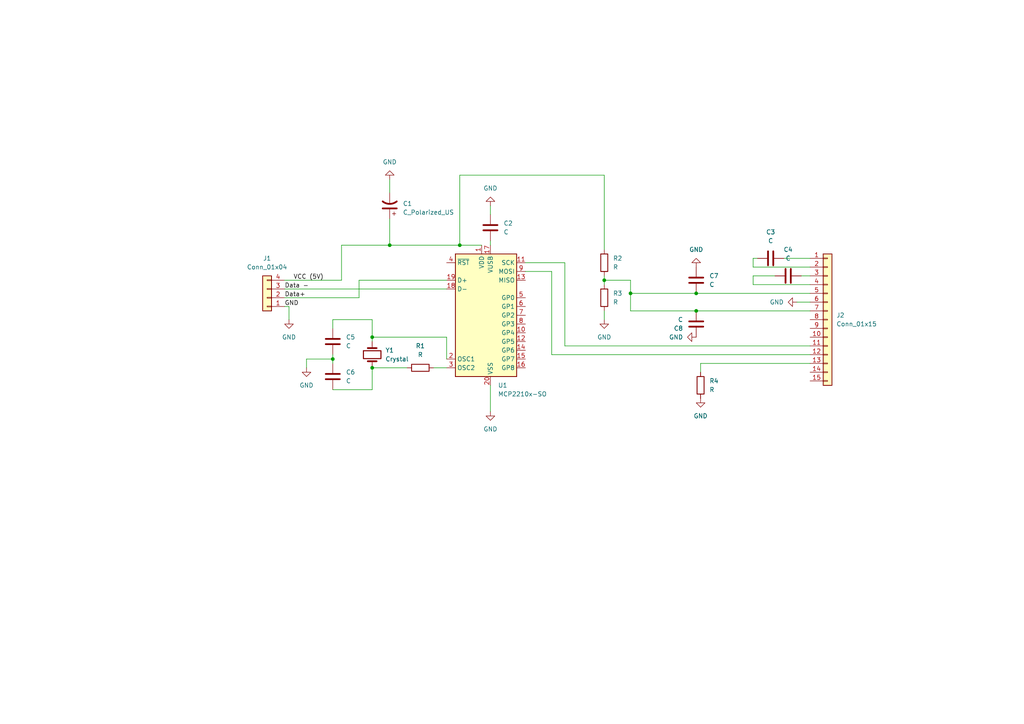
<source format=kicad_sch>
(kicad_sch (version 20230121) (generator eeschema)

  (uuid f66b8204-87de-4732-a2be-7ced094596b7)

  (paper "A4")

  (lib_symbols
    (symbol "Connector_Generic:Conn_01x04" (pin_names (offset 1.016) hide) (in_bom yes) (on_board yes)
      (property "Reference" "J" (at 0 5.08 0)
        (effects (font (size 1.27 1.27)))
      )
      (property "Value" "Conn_01x04" (at 0 -7.62 0)
        (effects (font (size 1.27 1.27)))
      )
      (property "Footprint" "" (at 0 0 0)
        (effects (font (size 1.27 1.27)) hide)
      )
      (property "Datasheet" "~" (at 0 0 0)
        (effects (font (size 1.27 1.27)) hide)
      )
      (property "ki_keywords" "connector" (at 0 0 0)
        (effects (font (size 1.27 1.27)) hide)
      )
      (property "ki_description" "Generic connector, single row, 01x04, script generated (kicad-library-utils/schlib/autogen/connector/)" (at 0 0 0)
        (effects (font (size 1.27 1.27)) hide)
      )
      (property "ki_fp_filters" "Connector*:*_1x??_*" (at 0 0 0)
        (effects (font (size 1.27 1.27)) hide)
      )
      (symbol "Conn_01x04_1_1"
        (rectangle (start -1.27 -4.953) (end 0 -5.207)
          (stroke (width 0.1524) (type default))
          (fill (type none))
        )
        (rectangle (start -1.27 -2.413) (end 0 -2.667)
          (stroke (width 0.1524) (type default))
          (fill (type none))
        )
        (rectangle (start -1.27 0.127) (end 0 -0.127)
          (stroke (width 0.1524) (type default))
          (fill (type none))
        )
        (rectangle (start -1.27 2.667) (end 0 2.413)
          (stroke (width 0.1524) (type default))
          (fill (type none))
        )
        (rectangle (start -1.27 3.81) (end 1.27 -6.35)
          (stroke (width 0.254) (type default))
          (fill (type background))
        )
        (pin passive line (at -5.08 2.54 0) (length 3.81)
          (name "Pin_1" (effects (font (size 1.27 1.27))))
          (number "1" (effects (font (size 1.27 1.27))))
        )
        (pin passive line (at -5.08 0 0) (length 3.81)
          (name "Pin_2" (effects (font (size 1.27 1.27))))
          (number "2" (effects (font (size 1.27 1.27))))
        )
        (pin passive line (at -5.08 -2.54 0) (length 3.81)
          (name "Pin_3" (effects (font (size 1.27 1.27))))
          (number "3" (effects (font (size 1.27 1.27))))
        )
        (pin passive line (at -5.08 -5.08 0) (length 3.81)
          (name "Pin_4" (effects (font (size 1.27 1.27))))
          (number "4" (effects (font (size 1.27 1.27))))
        )
      )
    )
    (symbol "Connector_Generic:Conn_01x15" (pin_names (offset 1.016) hide) (in_bom yes) (on_board yes)
      (property "Reference" "J" (at 0 20.32 0)
        (effects (font (size 1.27 1.27)))
      )
      (property "Value" "Conn_01x15" (at 0 -20.32 0)
        (effects (font (size 1.27 1.27)))
      )
      (property "Footprint" "" (at 0 0 0)
        (effects (font (size 1.27 1.27)) hide)
      )
      (property "Datasheet" "~" (at 0 0 0)
        (effects (font (size 1.27 1.27)) hide)
      )
      (property "ki_keywords" "connector" (at 0 0 0)
        (effects (font (size 1.27 1.27)) hide)
      )
      (property "ki_description" "Generic connector, single row, 01x15, script generated (kicad-library-utils/schlib/autogen/connector/)" (at 0 0 0)
        (effects (font (size 1.27 1.27)) hide)
      )
      (property "ki_fp_filters" "Connector*:*_1x??_*" (at 0 0 0)
        (effects (font (size 1.27 1.27)) hide)
      )
      (symbol "Conn_01x15_1_1"
        (rectangle (start -1.27 -17.653) (end 0 -17.907)
          (stroke (width 0.1524) (type default))
          (fill (type none))
        )
        (rectangle (start -1.27 -15.113) (end 0 -15.367)
          (stroke (width 0.1524) (type default))
          (fill (type none))
        )
        (rectangle (start -1.27 -12.573) (end 0 -12.827)
          (stroke (width 0.1524) (type default))
          (fill (type none))
        )
        (rectangle (start -1.27 -10.033) (end 0 -10.287)
          (stroke (width 0.1524) (type default))
          (fill (type none))
        )
        (rectangle (start -1.27 -7.493) (end 0 -7.747)
          (stroke (width 0.1524) (type default))
          (fill (type none))
        )
        (rectangle (start -1.27 -4.953) (end 0 -5.207)
          (stroke (width 0.1524) (type default))
          (fill (type none))
        )
        (rectangle (start -1.27 -2.413) (end 0 -2.667)
          (stroke (width 0.1524) (type default))
          (fill (type none))
        )
        (rectangle (start -1.27 0.127) (end 0 -0.127)
          (stroke (width 0.1524) (type default))
          (fill (type none))
        )
        (rectangle (start -1.27 2.667) (end 0 2.413)
          (stroke (width 0.1524) (type default))
          (fill (type none))
        )
        (rectangle (start -1.27 5.207) (end 0 4.953)
          (stroke (width 0.1524) (type default))
          (fill (type none))
        )
        (rectangle (start -1.27 7.747) (end 0 7.493)
          (stroke (width 0.1524) (type default))
          (fill (type none))
        )
        (rectangle (start -1.27 10.287) (end 0 10.033)
          (stroke (width 0.1524) (type default))
          (fill (type none))
        )
        (rectangle (start -1.27 12.827) (end 0 12.573)
          (stroke (width 0.1524) (type default))
          (fill (type none))
        )
        (rectangle (start -1.27 15.367) (end 0 15.113)
          (stroke (width 0.1524) (type default))
          (fill (type none))
        )
        (rectangle (start -1.27 17.907) (end 0 17.653)
          (stroke (width 0.1524) (type default))
          (fill (type none))
        )
        (rectangle (start -1.27 19.05) (end 1.27 -19.05)
          (stroke (width 0.254) (type default))
          (fill (type background))
        )
        (pin passive line (at -5.08 17.78 0) (length 3.81)
          (name "Pin_1" (effects (font (size 1.27 1.27))))
          (number "1" (effects (font (size 1.27 1.27))))
        )
        (pin passive line (at -5.08 -5.08 0) (length 3.81)
          (name "Pin_10" (effects (font (size 1.27 1.27))))
          (number "10" (effects (font (size 1.27 1.27))))
        )
        (pin passive line (at -5.08 -7.62 0) (length 3.81)
          (name "Pin_11" (effects (font (size 1.27 1.27))))
          (number "11" (effects (font (size 1.27 1.27))))
        )
        (pin passive line (at -5.08 -10.16 0) (length 3.81)
          (name "Pin_12" (effects (font (size 1.27 1.27))))
          (number "12" (effects (font (size 1.27 1.27))))
        )
        (pin passive line (at -5.08 -12.7 0) (length 3.81)
          (name "Pin_13" (effects (font (size 1.27 1.27))))
          (number "13" (effects (font (size 1.27 1.27))))
        )
        (pin passive line (at -5.08 -15.24 0) (length 3.81)
          (name "Pin_14" (effects (font (size 1.27 1.27))))
          (number "14" (effects (font (size 1.27 1.27))))
        )
        (pin passive line (at -5.08 -17.78 0) (length 3.81)
          (name "Pin_15" (effects (font (size 1.27 1.27))))
          (number "15" (effects (font (size 1.27 1.27))))
        )
        (pin passive line (at -5.08 15.24 0) (length 3.81)
          (name "Pin_2" (effects (font (size 1.27 1.27))))
          (number "2" (effects (font (size 1.27 1.27))))
        )
        (pin passive line (at -5.08 12.7 0) (length 3.81)
          (name "Pin_3" (effects (font (size 1.27 1.27))))
          (number "3" (effects (font (size 1.27 1.27))))
        )
        (pin passive line (at -5.08 10.16 0) (length 3.81)
          (name "Pin_4" (effects (font (size 1.27 1.27))))
          (number "4" (effects (font (size 1.27 1.27))))
        )
        (pin passive line (at -5.08 7.62 0) (length 3.81)
          (name "Pin_5" (effects (font (size 1.27 1.27))))
          (number "5" (effects (font (size 1.27 1.27))))
        )
        (pin passive line (at -5.08 5.08 0) (length 3.81)
          (name "Pin_6" (effects (font (size 1.27 1.27))))
          (number "6" (effects (font (size 1.27 1.27))))
        )
        (pin passive line (at -5.08 2.54 0) (length 3.81)
          (name "Pin_7" (effects (font (size 1.27 1.27))))
          (number "7" (effects (font (size 1.27 1.27))))
        )
        (pin passive line (at -5.08 0 0) (length 3.81)
          (name "Pin_8" (effects (font (size 1.27 1.27))))
          (number "8" (effects (font (size 1.27 1.27))))
        )
        (pin passive line (at -5.08 -2.54 0) (length 3.81)
          (name "Pin_9" (effects (font (size 1.27 1.27))))
          (number "9" (effects (font (size 1.27 1.27))))
        )
      )
    )
    (symbol "Device:C" (pin_numbers hide) (pin_names (offset 0.254)) (in_bom yes) (on_board yes)
      (property "Reference" "C" (at 0.635 2.54 0)
        (effects (font (size 1.27 1.27)) (justify left))
      )
      (property "Value" "C" (at 0.635 -2.54 0)
        (effects (font (size 1.27 1.27)) (justify left))
      )
      (property "Footprint" "" (at 0.9652 -3.81 0)
        (effects (font (size 1.27 1.27)) hide)
      )
      (property "Datasheet" "~" (at 0 0 0)
        (effects (font (size 1.27 1.27)) hide)
      )
      (property "ki_keywords" "cap capacitor" (at 0 0 0)
        (effects (font (size 1.27 1.27)) hide)
      )
      (property "ki_description" "Unpolarized capacitor" (at 0 0 0)
        (effects (font (size 1.27 1.27)) hide)
      )
      (property "ki_fp_filters" "C_*" (at 0 0 0)
        (effects (font (size 1.27 1.27)) hide)
      )
      (symbol "C_0_1"
        (polyline
          (pts
            (xy -2.032 -0.762)
            (xy 2.032 -0.762)
          )
          (stroke (width 0.508) (type default))
          (fill (type none))
        )
        (polyline
          (pts
            (xy -2.032 0.762)
            (xy 2.032 0.762)
          )
          (stroke (width 0.508) (type default))
          (fill (type none))
        )
      )
      (symbol "C_1_1"
        (pin passive line (at 0 3.81 270) (length 2.794)
          (name "~" (effects (font (size 1.27 1.27))))
          (number "1" (effects (font (size 1.27 1.27))))
        )
        (pin passive line (at 0 -3.81 90) (length 2.794)
          (name "~" (effects (font (size 1.27 1.27))))
          (number "2" (effects (font (size 1.27 1.27))))
        )
      )
    )
    (symbol "Device:C_Polarized_US" (pin_numbers hide) (pin_names (offset 0.254) hide) (in_bom yes) (on_board yes)
      (property "Reference" "C" (at 0.635 2.54 0)
        (effects (font (size 1.27 1.27)) (justify left))
      )
      (property "Value" "C_Polarized_US" (at 0.635 -2.54 0)
        (effects (font (size 1.27 1.27)) (justify left))
      )
      (property "Footprint" "" (at 0 0 0)
        (effects (font (size 1.27 1.27)) hide)
      )
      (property "Datasheet" "~" (at 0 0 0)
        (effects (font (size 1.27 1.27)) hide)
      )
      (property "ki_keywords" "cap capacitor" (at 0 0 0)
        (effects (font (size 1.27 1.27)) hide)
      )
      (property "ki_description" "Polarized capacitor, US symbol" (at 0 0 0)
        (effects (font (size 1.27 1.27)) hide)
      )
      (property "ki_fp_filters" "CP_*" (at 0 0 0)
        (effects (font (size 1.27 1.27)) hide)
      )
      (symbol "C_Polarized_US_0_1"
        (polyline
          (pts
            (xy -2.032 0.762)
            (xy 2.032 0.762)
          )
          (stroke (width 0.508) (type default))
          (fill (type none))
        )
        (polyline
          (pts
            (xy -1.778 2.286)
            (xy -0.762 2.286)
          )
          (stroke (width 0) (type default))
          (fill (type none))
        )
        (polyline
          (pts
            (xy -1.27 1.778)
            (xy -1.27 2.794)
          )
          (stroke (width 0) (type default))
          (fill (type none))
        )
        (arc (start 2.032 -1.27) (mid 0 -0.5572) (end -2.032 -1.27)
          (stroke (width 0.508) (type default))
          (fill (type none))
        )
      )
      (symbol "C_Polarized_US_1_1"
        (pin passive line (at 0 3.81 270) (length 2.794)
          (name "~" (effects (font (size 1.27 1.27))))
          (number "1" (effects (font (size 1.27 1.27))))
        )
        (pin passive line (at 0 -3.81 90) (length 3.302)
          (name "~" (effects (font (size 1.27 1.27))))
          (number "2" (effects (font (size 1.27 1.27))))
        )
      )
    )
    (symbol "Device:Crystal" (pin_numbers hide) (pin_names (offset 1.016) hide) (in_bom yes) (on_board yes)
      (property "Reference" "Y" (at 0 3.81 0)
        (effects (font (size 1.27 1.27)))
      )
      (property "Value" "Crystal" (at 0 -3.81 0)
        (effects (font (size 1.27 1.27)))
      )
      (property "Footprint" "" (at 0 0 0)
        (effects (font (size 1.27 1.27)) hide)
      )
      (property "Datasheet" "~" (at 0 0 0)
        (effects (font (size 1.27 1.27)) hide)
      )
      (property "ki_keywords" "quartz ceramic resonator oscillator" (at 0 0 0)
        (effects (font (size 1.27 1.27)) hide)
      )
      (property "ki_description" "Two pin crystal" (at 0 0 0)
        (effects (font (size 1.27 1.27)) hide)
      )
      (property "ki_fp_filters" "Crystal*" (at 0 0 0)
        (effects (font (size 1.27 1.27)) hide)
      )
      (symbol "Crystal_0_1"
        (rectangle (start -1.143 2.54) (end 1.143 -2.54)
          (stroke (width 0.3048) (type default))
          (fill (type none))
        )
        (polyline
          (pts
            (xy -2.54 0)
            (xy -1.905 0)
          )
          (stroke (width 0) (type default))
          (fill (type none))
        )
        (polyline
          (pts
            (xy -1.905 -1.27)
            (xy -1.905 1.27)
          )
          (stroke (width 0.508) (type default))
          (fill (type none))
        )
        (polyline
          (pts
            (xy 1.905 -1.27)
            (xy 1.905 1.27)
          )
          (stroke (width 0.508) (type default))
          (fill (type none))
        )
        (polyline
          (pts
            (xy 2.54 0)
            (xy 1.905 0)
          )
          (stroke (width 0) (type default))
          (fill (type none))
        )
      )
      (symbol "Crystal_1_1"
        (pin passive line (at -3.81 0 0) (length 1.27)
          (name "1" (effects (font (size 1.27 1.27))))
          (number "1" (effects (font (size 1.27 1.27))))
        )
        (pin passive line (at 3.81 0 180) (length 1.27)
          (name "2" (effects (font (size 1.27 1.27))))
          (number "2" (effects (font (size 1.27 1.27))))
        )
      )
    )
    (symbol "Device:R" (pin_numbers hide) (pin_names (offset 0)) (in_bom yes) (on_board yes)
      (property "Reference" "R" (at 2.032 0 90)
        (effects (font (size 1.27 1.27)))
      )
      (property "Value" "R" (at 0 0 90)
        (effects (font (size 1.27 1.27)))
      )
      (property "Footprint" "" (at -1.778 0 90)
        (effects (font (size 1.27 1.27)) hide)
      )
      (property "Datasheet" "~" (at 0 0 0)
        (effects (font (size 1.27 1.27)) hide)
      )
      (property "ki_keywords" "R res resistor" (at 0 0 0)
        (effects (font (size 1.27 1.27)) hide)
      )
      (property "ki_description" "Resistor" (at 0 0 0)
        (effects (font (size 1.27 1.27)) hide)
      )
      (property "ki_fp_filters" "R_*" (at 0 0 0)
        (effects (font (size 1.27 1.27)) hide)
      )
      (symbol "R_0_1"
        (rectangle (start -1.016 -2.54) (end 1.016 2.54)
          (stroke (width 0.254) (type default))
          (fill (type none))
        )
      )
      (symbol "R_1_1"
        (pin passive line (at 0 3.81 270) (length 1.27)
          (name "~" (effects (font (size 1.27 1.27))))
          (number "1" (effects (font (size 1.27 1.27))))
        )
        (pin passive line (at 0 -3.81 90) (length 1.27)
          (name "~" (effects (font (size 1.27 1.27))))
          (number "2" (effects (font (size 1.27 1.27))))
        )
      )
    )
    (symbol "Interface_USB:MCP2210x-SO" (in_bom yes) (on_board yes)
      (property "Reference" "U" (at -10.16 19.05 0)
        (effects (font (size 1.27 1.27)))
      )
      (property "Value" "MCP2210x-SO" (at 10.16 19.05 0)
        (effects (font (size 1.27 1.27)))
      )
      (property "Footprint" "Package_SO:SOIC-20W_7.5x12.8mm_P1.27mm" (at 0 27.94 0)
        (effects (font (size 1.27 1.27)) hide)
      )
      (property "Datasheet" "https://ww1.microchip.com/downloads/en/DeviceDoc/22288A.pdf" (at -2.54 20.32 0)
        (effects (font (size 1.27 1.27)) hide)
      )
      (property "ki_keywords" "USB SPI Master Converter Bridge" (at 0 0 0)
        (effects (font (size 1.27 1.27)) hide)
      )
      (property "ki_description" "USB to SPI Protocol Converter with GPIO, SOIC-20" (at 0 0 0)
        (effects (font (size 1.27 1.27)) hide)
      )
      (property "ki_fp_filters" "SOIC*7.5x12.8mm*P1.27mm*" (at 0 0 0)
        (effects (font (size 1.27 1.27)) hide)
      )
      (symbol "MCP2210x-SO_0_1"
        (rectangle (start -10.16 17.78) (end 7.62 -17.78)
          (stroke (width 0.254) (type default))
          (fill (type background))
        )
      )
      (symbol "MCP2210x-SO_1_1"
        (pin power_in line (at -2.54 20.32 270) (length 2.54)
          (name "VDD" (effects (font (size 1.27 1.27))))
          (number "1" (effects (font (size 1.27 1.27))))
        )
        (pin bidirectional line (at 10.16 -5.08 180) (length 2.54)
          (name "GP4" (effects (font (size 1.27 1.27))))
          (number "10" (effects (font (size 1.27 1.27))))
        )
        (pin output line (at 10.16 15.24 180) (length 2.54)
          (name "SCK" (effects (font (size 1.27 1.27))))
          (number "11" (effects (font (size 1.27 1.27))))
        )
        (pin bidirectional line (at 10.16 -7.62 180) (length 2.54)
          (name "GP5" (effects (font (size 1.27 1.27))))
          (number "12" (effects (font (size 1.27 1.27))))
        )
        (pin input line (at 10.16 10.16 180) (length 2.54)
          (name "MISO" (effects (font (size 1.27 1.27))))
          (number "13" (effects (font (size 1.27 1.27))))
        )
        (pin bidirectional line (at 10.16 -10.16 180) (length 2.54)
          (name "GP6" (effects (font (size 1.27 1.27))))
          (number "14" (effects (font (size 1.27 1.27))))
        )
        (pin bidirectional line (at 10.16 -12.7 180) (length 2.54)
          (name "GP7" (effects (font (size 1.27 1.27))))
          (number "15" (effects (font (size 1.27 1.27))))
        )
        (pin bidirectional line (at 10.16 -15.24 180) (length 2.54)
          (name "GP8" (effects (font (size 1.27 1.27))))
          (number "16" (effects (font (size 1.27 1.27))))
        )
        (pin passive line (at 0 20.32 270) (length 2.54)
          (name "VUSB" (effects (font (size 1.27 1.27))))
          (number "17" (effects (font (size 1.27 1.27))))
        )
        (pin bidirectional line (at -12.7 7.62 0) (length 2.54)
          (name "D-" (effects (font (size 1.27 1.27))))
          (number "18" (effects (font (size 1.27 1.27))))
        )
        (pin bidirectional line (at -12.7 10.16 0) (length 2.54)
          (name "D+" (effects (font (size 1.27 1.27))))
          (number "19" (effects (font (size 1.27 1.27))))
        )
        (pin input line (at -12.7 -12.7 0) (length 2.54)
          (name "OSC1" (effects (font (size 1.27 1.27))))
          (number "2" (effects (font (size 1.27 1.27))))
        )
        (pin power_in line (at 0 -20.32 90) (length 2.54)
          (name "VSS" (effects (font (size 1.27 1.27))))
          (number "20" (effects (font (size 1.27 1.27))))
        )
        (pin output line (at -12.7 -15.24 0) (length 2.54)
          (name "OSC2" (effects (font (size 1.27 1.27))))
          (number "3" (effects (font (size 1.27 1.27))))
        )
        (pin input line (at -12.7 15.24 0) (length 2.54)
          (name "~{RST}" (effects (font (size 1.27 1.27))))
          (number "4" (effects (font (size 1.27 1.27))))
        )
        (pin bidirectional line (at 10.16 5.08 180) (length 2.54)
          (name "GP0" (effects (font (size 1.27 1.27))))
          (number "5" (effects (font (size 1.27 1.27))))
        )
        (pin bidirectional line (at 10.16 2.54 180) (length 2.54)
          (name "GP1" (effects (font (size 1.27 1.27))))
          (number "6" (effects (font (size 1.27 1.27))))
        )
        (pin bidirectional line (at 10.16 0 180) (length 2.54)
          (name "GP2" (effects (font (size 1.27 1.27))))
          (number "7" (effects (font (size 1.27 1.27))))
        )
        (pin bidirectional line (at 10.16 -2.54 180) (length 2.54)
          (name "GP3" (effects (font (size 1.27 1.27))))
          (number "8" (effects (font (size 1.27 1.27))))
        )
        (pin output line (at 10.16 12.7 180) (length 2.54)
          (name "MOSI" (effects (font (size 1.27 1.27))))
          (number "9" (effects (font (size 1.27 1.27))))
        )
      )
    )
    (symbol "power:GND" (power) (pin_names (offset 0)) (in_bom yes) (on_board yes)
      (property "Reference" "#PWR" (at 0 -6.35 0)
        (effects (font (size 1.27 1.27)) hide)
      )
      (property "Value" "GND" (at 0 -3.81 0)
        (effects (font (size 1.27 1.27)))
      )
      (property "Footprint" "" (at 0 0 0)
        (effects (font (size 1.27 1.27)) hide)
      )
      (property "Datasheet" "" (at 0 0 0)
        (effects (font (size 1.27 1.27)) hide)
      )
      (property "ki_keywords" "global power" (at 0 0 0)
        (effects (font (size 1.27 1.27)) hide)
      )
      (property "ki_description" "Power symbol creates a global label with name \"GND\" , ground" (at 0 0 0)
        (effects (font (size 1.27 1.27)) hide)
      )
      (symbol "GND_0_1"
        (polyline
          (pts
            (xy 0 0)
            (xy 0 -1.27)
            (xy 1.27 -1.27)
            (xy 0 -2.54)
            (xy -1.27 -1.27)
            (xy 0 -1.27)
          )
          (stroke (width 0) (type default))
          (fill (type none))
        )
      )
      (symbol "GND_1_1"
        (pin power_in line (at 0 0 270) (length 0) hide
          (name "GND" (effects (font (size 1.27 1.27))))
          (number "1" (effects (font (size 1.27 1.27))))
        )
      )
    )
  )

  (junction (at 201.93 85.09) (diameter 0) (color 0 0 0 0)
    (uuid 05509d34-a2bc-41bc-b2a5-58f6efee24db)
  )
  (junction (at 96.52 104.14) (diameter 0) (color 0 0 0 0)
    (uuid 14b6126c-2b7f-4ba5-9717-3de33f2522c6)
  )
  (junction (at 107.95 106.68) (diameter 0) (color 0 0 0 0)
    (uuid 17978bd2-d294-4ae9-b99d-83b4721a2dbe)
  )
  (junction (at 107.95 97.79) (diameter 0) (color 0 0 0 0)
    (uuid 5704d8fb-6863-4593-959a-7de2d0e98071)
  )
  (junction (at 133.35 71.12) (diameter 0) (color 0 0 0 0)
    (uuid 806353dd-6793-483e-8578-0e58ad81f9bb)
  )
  (junction (at 113.03 71.12) (diameter 0) (color 0 0 0 0)
    (uuid 8cf148de-1c79-43c3-8a65-6de16c81d88e)
  )
  (junction (at 175.26 81.28) (diameter 0) (color 0 0 0 0)
    (uuid b96555bd-19f1-440f-93eb-0566bc224be4)
  )
  (junction (at 201.93 90.17) (diameter 0) (color 0 0 0 0)
    (uuid c823e730-af15-41d3-a2e7-eb56e65fe3cb)
  )
  (junction (at 182.88 85.09) (diameter 0) (color 0 0 0 0)
    (uuid d721c114-8b9c-46c4-80f9-738433f45a44)
  )

  (wire (pts (xy 227.33 74.93) (xy 234.95 74.93))
    (stroke (width 0) (type default))
    (uuid 0398b93f-2426-4650-8f20-1a660f76f3e7)
  )
  (wire (pts (xy 142.24 59.69) (xy 142.24 62.23))
    (stroke (width 0) (type default))
    (uuid 0603fd13-ec55-449b-b03b-0ea693724b8e)
  )
  (wire (pts (xy 175.26 90.17) (xy 175.26 92.71))
    (stroke (width 0) (type default))
    (uuid 08cff06e-74a8-48f8-a7e2-9171d2489c56)
  )
  (wire (pts (xy 129.54 97.79) (xy 107.95 97.79))
    (stroke (width 0) (type default))
    (uuid 0acd25e7-d97e-4193-9429-d8f02d7f0094)
  )
  (wire (pts (xy 96.52 104.14) (xy 88.9 104.14))
    (stroke (width 0) (type default))
    (uuid 10b870f4-36e9-4421-ad44-7d0528687cfb)
  )
  (wire (pts (xy 82.55 83.82) (xy 129.54 83.82))
    (stroke (width 0) (type default))
    (uuid 18c127bb-3a1b-45e4-a700-7a010f3bb270)
  )
  (wire (pts (xy 96.52 102.87) (xy 96.52 104.14))
    (stroke (width 0) (type default))
    (uuid 21864fe0-cd9f-4fe0-a7ab-db1cd098992f)
  )
  (wire (pts (xy 82.55 86.36) (xy 104.14 86.36))
    (stroke (width 0) (type default))
    (uuid 220404a4-8126-4254-90ae-199853b55ba7)
  )
  (wire (pts (xy 125.73 106.68) (xy 129.54 106.68))
    (stroke (width 0) (type default))
    (uuid 24dc034c-d4d1-42a1-be5f-a6af84f1fc1e)
  )
  (wire (pts (xy 104.14 81.28) (xy 104.14 86.36))
    (stroke (width 0) (type default))
    (uuid 264480cd-bddb-4db3-97a9-aee39412a9bc)
  )
  (wire (pts (xy 133.35 50.8) (xy 133.35 71.12))
    (stroke (width 0) (type default))
    (uuid 2a821c24-985d-477e-a737-913539febef0)
  )
  (wire (pts (xy 142.24 69.85) (xy 142.24 71.12))
    (stroke (width 0) (type default))
    (uuid 2c7a4952-655b-4f9a-bed9-6940ce7392b7)
  )
  (wire (pts (xy 113.03 63.5) (xy 113.03 71.12))
    (stroke (width 0) (type default))
    (uuid 2e6f8e7f-baf2-446c-8c8b-6b095b213fb3)
  )
  (wire (pts (xy 129.54 104.14) (xy 129.54 97.79))
    (stroke (width 0) (type default))
    (uuid 30e19234-b5c2-42ac-9602-b440262ae926)
  )
  (wire (pts (xy 160.02 102.87) (xy 234.95 102.87))
    (stroke (width 0) (type default))
    (uuid 3119dcd7-239e-4517-9e04-40139fbb67c6)
  )
  (wire (pts (xy 142.24 111.76) (xy 142.24 119.38))
    (stroke (width 0) (type default))
    (uuid 3410d8db-ed94-43b1-a64f-4a8a73b214d0)
  )
  (wire (pts (xy 224.79 80.01) (xy 218.44 80.01))
    (stroke (width 0) (type default))
    (uuid 344f6710-7b02-4d66-98e7-06e957dce72f)
  )
  (wire (pts (xy 107.95 97.79) (xy 107.95 99.06))
    (stroke (width 0) (type default))
    (uuid 4a599adb-e04c-458d-b60d-190afefce25a)
  )
  (wire (pts (xy 163.83 100.33) (xy 234.95 100.33))
    (stroke (width 0) (type default))
    (uuid 504f1354-af89-4c3f-9d3f-58e7d5b2821f)
  )
  (wire (pts (xy 175.26 50.8) (xy 133.35 50.8))
    (stroke (width 0) (type default))
    (uuid 524816ad-841c-4e65-a343-bed6015b4f70)
  )
  (wire (pts (xy 175.26 80.01) (xy 175.26 81.28))
    (stroke (width 0) (type default))
    (uuid 572d8c64-4ee7-4057-9a72-e46c00626b7b)
  )
  (wire (pts (xy 203.2 107.95) (xy 203.2 105.41))
    (stroke (width 0) (type default))
    (uuid 687ac202-9be8-4df7-bbb8-4e32d035adc1)
  )
  (wire (pts (xy 182.88 85.09) (xy 201.93 85.09))
    (stroke (width 0) (type default))
    (uuid 69db114f-92ae-4fac-a363-5ed5e9bc1bed)
  )
  (wire (pts (xy 232.41 80.01) (xy 234.95 80.01))
    (stroke (width 0) (type default))
    (uuid 6a9fedbf-56f1-4840-9b3c-cfe43e9512b3)
  )
  (wire (pts (xy 129.54 81.28) (xy 104.14 81.28))
    (stroke (width 0) (type default))
    (uuid 6be2a6d4-269d-47be-a4fa-0ef6488c281a)
  )
  (wire (pts (xy 107.95 106.68) (xy 118.11 106.68))
    (stroke (width 0) (type default))
    (uuid 708fe6be-a3a0-43e8-a3a5-2a46242c614f)
  )
  (wire (pts (xy 218.44 74.93) (xy 218.44 77.47))
    (stroke (width 0) (type default))
    (uuid 78b27f4f-0b3e-4203-bd8c-252b8be9a179)
  )
  (wire (pts (xy 175.26 81.28) (xy 182.88 81.28))
    (stroke (width 0) (type default))
    (uuid 7ade33cf-98b3-4920-982d-0ce88062923a)
  )
  (wire (pts (xy 88.9 104.14) (xy 88.9 106.68))
    (stroke (width 0) (type default))
    (uuid 7f39f2f6-80ff-4947-a48e-d805d242e455)
  )
  (wire (pts (xy 182.88 81.28) (xy 182.88 85.09))
    (stroke (width 0) (type default))
    (uuid 84fa1d66-e766-48ce-84a3-30e88e41d33b)
  )
  (wire (pts (xy 96.52 104.14) (xy 96.52 105.41))
    (stroke (width 0) (type default))
    (uuid 8aade904-2bc6-405d-8d1b-37389b1db6f9)
  )
  (wire (pts (xy 234.95 90.17) (xy 201.93 90.17))
    (stroke (width 0) (type default))
    (uuid 8d8585fb-0eb9-48bd-8ae8-7a30e6019e35)
  )
  (wire (pts (xy 113.03 55.88) (xy 113.03 52.07))
    (stroke (width 0) (type default))
    (uuid 8f227cb7-9967-49a5-98a8-1ae2659595db)
  )
  (wire (pts (xy 99.06 71.12) (xy 99.06 81.28))
    (stroke (width 0) (type default))
    (uuid 94153702-4ad1-4403-a0ab-c7371217874f)
  )
  (wire (pts (xy 160.02 78.74) (xy 160.02 102.87))
    (stroke (width 0) (type default))
    (uuid 99088f87-2c3e-4a93-bb25-2b0ba35e6257)
  )
  (wire (pts (xy 163.83 76.2) (xy 163.83 100.33))
    (stroke (width 0) (type default))
    (uuid 9a2c9b92-05fe-493c-b869-2a07b435f97b)
  )
  (wire (pts (xy 96.52 92.71) (xy 96.52 95.25))
    (stroke (width 0) (type default))
    (uuid 9bfdb158-1c8c-4bf8-b72f-f17a22b73e73)
  )
  (wire (pts (xy 203.2 105.41) (xy 234.95 105.41))
    (stroke (width 0) (type default))
    (uuid 9ee5c8d4-2791-4716-bf66-b152b0456076)
  )
  (wire (pts (xy 201.93 85.09) (xy 234.95 85.09))
    (stroke (width 0) (type default))
    (uuid 9f6290bf-e341-45fd-9dbc-8b0ba7d0adda)
  )
  (wire (pts (xy 218.44 77.47) (xy 234.95 77.47))
    (stroke (width 0) (type default))
    (uuid a627299c-ab9d-467b-806f-0708baee9ecc)
  )
  (wire (pts (xy 218.44 82.55) (xy 234.95 82.55))
    (stroke (width 0) (type default))
    (uuid a919b867-032e-4091-ab6c-b7432a905ab2)
  )
  (wire (pts (xy 107.95 97.79) (xy 107.95 92.71))
    (stroke (width 0) (type default))
    (uuid add71cb7-a34c-49ad-a708-2a5b1155c643)
  )
  (wire (pts (xy 82.55 81.28) (xy 99.06 81.28))
    (stroke (width 0) (type default))
    (uuid aee8f3b7-125c-44c4-91cc-9e84f3c6fd01)
  )
  (wire (pts (xy 182.88 85.09) (xy 182.88 90.17))
    (stroke (width 0) (type default))
    (uuid b1212423-f150-4ae0-b117-87dafa0757ce)
  )
  (wire (pts (xy 201.93 90.17) (xy 182.88 90.17))
    (stroke (width 0) (type default))
    (uuid ba475ae9-d110-4571-9cc6-e0ea0c8ea5f6)
  )
  (wire (pts (xy 113.03 71.12) (xy 133.35 71.12))
    (stroke (width 0) (type default))
    (uuid c2779ea9-60e3-43a7-9609-c589db990363)
  )
  (wire (pts (xy 83.82 88.9) (xy 83.82 92.71))
    (stroke (width 0) (type default))
    (uuid c6498f10-2c8f-4945-adfe-0da81462fa8d)
  )
  (wire (pts (xy 152.4 78.74) (xy 160.02 78.74))
    (stroke (width 0) (type default))
    (uuid cc15589a-6f51-4387-a9a0-7c713cb8f35e)
  )
  (wire (pts (xy 82.55 88.9) (xy 83.82 88.9))
    (stroke (width 0) (type default))
    (uuid d22a7d8c-3763-486b-bbf6-ab142c82a6ef)
  )
  (wire (pts (xy 231.14 87.63) (xy 234.95 87.63))
    (stroke (width 0) (type default))
    (uuid db9f07da-a099-4edf-ba73-cf46507628b4)
  )
  (wire (pts (xy 152.4 76.2) (xy 163.83 76.2))
    (stroke (width 0) (type default))
    (uuid dc5f0bbd-6cf3-4560-9080-99f3dd0f608d)
  )
  (wire (pts (xy 218.44 80.01) (xy 218.44 82.55))
    (stroke (width 0) (type default))
    (uuid dcc248cd-613f-4e04-8b14-6c016e8d9740)
  )
  (wire (pts (xy 133.35 71.12) (xy 139.7 71.12))
    (stroke (width 0) (type default))
    (uuid e585fba6-2f2c-40b5-9482-4e59a3fdd025)
  )
  (wire (pts (xy 96.52 113.03) (xy 107.95 113.03))
    (stroke (width 0) (type default))
    (uuid e90e4007-bf23-4c24-aaaf-c51af8a2ed2a)
  )
  (wire (pts (xy 175.26 72.39) (xy 175.26 50.8))
    (stroke (width 0) (type default))
    (uuid f02d0575-85fe-428e-9cfe-2990a32c3845)
  )
  (wire (pts (xy 175.26 81.28) (xy 175.26 82.55))
    (stroke (width 0) (type default))
    (uuid f18d5628-97e2-4066-b5da-470b4bf5be69)
  )
  (wire (pts (xy 99.06 71.12) (xy 113.03 71.12))
    (stroke (width 0) (type default))
    (uuid f8e0a62e-3b73-41c7-8e91-fd0f85c48f87)
  )
  (wire (pts (xy 107.95 92.71) (xy 96.52 92.71))
    (stroke (width 0) (type default))
    (uuid f90024cb-4ff6-43f1-b53b-e139b9932134)
  )
  (wire (pts (xy 218.44 74.93) (xy 219.71 74.93))
    (stroke (width 0) (type default))
    (uuid fc416900-0a06-4ecb-8ffa-4a1c492246dd)
  )
  (wire (pts (xy 107.95 106.68) (xy 107.95 113.03))
    (stroke (width 0) (type default))
    (uuid ff41151b-d166-4649-82a6-86b1aa502318)
  )

  (label "VCC (5V)" (at 85.09 81.28 0) (fields_autoplaced)
    (effects (font (size 1.27 1.27)) (justify left bottom))
    (uuid 02ae3987-7c7e-4957-9b9e-84cbb3aa94ec)
  )
  (label "GND" (at 82.55 88.9 0) (fields_autoplaced)
    (effects (font (size 1.27 1.27)) (justify left bottom))
    (uuid 43885864-3b43-4388-8544-34f58c360d5b)
  )
  (label "Data+" (at 82.55 86.36 0) (fields_autoplaced)
    (effects (font (size 1.27 1.27)) (justify left bottom))
    (uuid 6a3daaac-5928-4c77-a143-72e847d3a887)
  )
  (label "Data -" (at 82.55 83.82 0) (fields_autoplaced)
    (effects (font (size 1.27 1.27)) (justify left bottom))
    (uuid 7bfcb829-e44c-4cfe-a1d0-e83b63836f13)
  )

  (symbol (lib_id "Device:C") (at 201.93 81.28 0) (unit 1)
    (in_bom yes) (on_board yes) (dnp no) (fields_autoplaced)
    (uuid 0c1f14df-b0fc-465b-b8b8-cc1fae49ec91)
    (property "Reference" "C4" (at 205.74 80.01 0)
      (effects (font (size 1.27 1.27)) (justify left))
    )
    (property "Value" "C" (at 205.74 82.55 0)
      (effects (font (size 1.27 1.27)) (justify left))
    )
    (property "Footprint" "" (at 202.8952 85.09 0)
      (effects (font (size 1.27 1.27)) hide)
    )
    (property "Datasheet" "~" (at 201.93 81.28 0)
      (effects (font (size 1.27 1.27)) hide)
    )
    (pin "1" (uuid 576f28e0-07f8-4a31-9e84-b125bbe22609))
    (pin "2" (uuid b7609625-68ed-4a7e-99f4-53a63776a62a))
    (instances
      (project "oled_display"
        (path "/4356e8fc-0bf4-49ea-927a-e9076ffe4dc5"
          (reference "C4") (unit 1)
        )
      )
      (project "oled_clk_v1"
        (path "/f66b8204-87de-4732-a2be-7ced094596b7"
          (reference "C7") (unit 1)
        )
      )
    )
  )

  (symbol (lib_id "power:GND") (at 203.2 115.57 0) (unit 1)
    (in_bom yes) (on_board yes) (dnp no) (fields_autoplaced)
    (uuid 1d6261c8-a761-4241-8239-c38eb8f1c2bf)
    (property "Reference" "#PWR05" (at 203.2 121.92 0)
      (effects (font (size 1.27 1.27)) hide)
    )
    (property "Value" "GND" (at 203.2 120.65 0)
      (effects (font (size 1.27 1.27)))
    )
    (property "Footprint" "" (at 203.2 115.57 0)
      (effects (font (size 1.27 1.27)) hide)
    )
    (property "Datasheet" "" (at 203.2 115.57 0)
      (effects (font (size 1.27 1.27)) hide)
    )
    (pin "1" (uuid ea79fc91-878f-4d73-8c14-ed9c61e44a35))
    (instances
      (project "oled_display"
        (path "/4356e8fc-0bf4-49ea-927a-e9076ffe4dc5"
          (reference "#PWR05") (unit 1)
        )
      )
      (project "oled_clk_v1"
        (path "/f66b8204-87de-4732-a2be-7ced094596b7"
          (reference "#PWR010") (unit 1)
        )
      )
    )
  )

  (symbol (lib_id "power:GND") (at 142.24 119.38 0) (unit 1)
    (in_bom yes) (on_board yes) (dnp no) (fields_autoplaced)
    (uuid 2852cc39-a574-49fc-93db-8629499c8ba3)
    (property "Reference" "#PWR01" (at 142.24 125.73 0)
      (effects (font (size 1.27 1.27)) hide)
    )
    (property "Value" "GND" (at 142.24 124.46 0)
      (effects (font (size 1.27 1.27)))
    )
    (property "Footprint" "" (at 142.24 119.38 0)
      (effects (font (size 1.27 1.27)) hide)
    )
    (property "Datasheet" "" (at 142.24 119.38 0)
      (effects (font (size 1.27 1.27)) hide)
    )
    (pin "1" (uuid ce78bf5a-949e-4bdc-ae99-8bec48c21d8c))
    (instances
      (project "oled_display"
        (path "/4356e8fc-0bf4-49ea-927a-e9076ffe4dc5"
          (reference "#PWR01") (unit 1)
        )
      )
      (project "oled_clk_v1"
        (path "/f66b8204-87de-4732-a2be-7ced094596b7"
          (reference "#PWR04") (unit 1)
        )
      )
    )
  )

  (symbol (lib_id "power:GND") (at 142.24 59.69 180) (unit 1)
    (in_bom yes) (on_board yes) (dnp no) (fields_autoplaced)
    (uuid 33a02c30-8842-4f4b-a7b7-23139331b36b)
    (property "Reference" "#PWR02" (at 142.24 53.34 0)
      (effects (font (size 1.27 1.27)) hide)
    )
    (property "Value" "GND" (at 142.24 54.61 0)
      (effects (font (size 1.27 1.27)))
    )
    (property "Footprint" "" (at 142.24 59.69 0)
      (effects (font (size 1.27 1.27)) hide)
    )
    (property "Datasheet" "" (at 142.24 59.69 0)
      (effects (font (size 1.27 1.27)) hide)
    )
    (pin "1" (uuid 804437b9-4206-4ad5-8f2c-c3fce9d97655))
    (instances
      (project "oled_display"
        (path "/4356e8fc-0bf4-49ea-927a-e9076ffe4dc5"
          (reference "#PWR02") (unit 1)
        )
      )
      (project "oled_clk_v1"
        (path "/f66b8204-87de-4732-a2be-7ced094596b7"
          (reference "#PWR03") (unit 1)
        )
      )
    )
  )

  (symbol (lib_id "Device:C") (at 96.52 109.22 0) (unit 1)
    (in_bom yes) (on_board yes) (dnp no) (fields_autoplaced)
    (uuid 36fdfe97-4a61-4c3d-aa18-6e28d01df058)
    (property "Reference" "C6" (at 100.33 107.95 0)
      (effects (font (size 1.27 1.27)) (justify left))
    )
    (property "Value" "C" (at 100.33 110.49 0)
      (effects (font (size 1.27 1.27)) (justify left))
    )
    (property "Footprint" "" (at 97.4852 113.03 0)
      (effects (font (size 1.27 1.27)) hide)
    )
    (property "Datasheet" "~" (at 96.52 109.22 0)
      (effects (font (size 1.27 1.27)) hide)
    )
    (pin "1" (uuid cfd578ca-c02f-4cc6-9732-9ee01f758eeb))
    (pin "2" (uuid 70f5025d-5a69-4a2e-bbca-bcb57dc728c0))
    (instances
      (project "oled_clk_v1"
        (path "/f66b8204-87de-4732-a2be-7ced094596b7"
          (reference "C6") (unit 1)
        )
      )
    )
  )

  (symbol (lib_id "power:GND") (at 88.9 106.68 0) (unit 1)
    (in_bom yes) (on_board yes) (dnp no) (fields_autoplaced)
    (uuid 420283ad-1315-40f2-b8a1-2458a7f6758e)
    (property "Reference" "#PWR06" (at 88.9 113.03 0)
      (effects (font (size 1.27 1.27)) hide)
    )
    (property "Value" "GND" (at 88.9 111.76 0)
      (effects (font (size 1.27 1.27)))
    )
    (property "Footprint" "" (at 88.9 106.68 0)
      (effects (font (size 1.27 1.27)) hide)
    )
    (property "Datasheet" "" (at 88.9 106.68 0)
      (effects (font (size 1.27 1.27)) hide)
    )
    (pin "1" (uuid 0b0df6d7-2409-480d-a66c-3951f69e0f2d))
    (instances
      (project "oled_clk_v1"
        (path "/f66b8204-87de-4732-a2be-7ced094596b7"
          (reference "#PWR06") (unit 1)
        )
      )
    )
  )

  (symbol (lib_id "Device:C") (at 96.52 99.06 0) (unit 1)
    (in_bom yes) (on_board yes) (dnp no) (fields_autoplaced)
    (uuid 454e343f-18d3-4243-945f-c8459512302e)
    (property "Reference" "C5" (at 100.33 97.79 0)
      (effects (font (size 1.27 1.27)) (justify left))
    )
    (property "Value" "C" (at 100.33 100.33 0)
      (effects (font (size 1.27 1.27)) (justify left))
    )
    (property "Footprint" "" (at 97.4852 102.87 0)
      (effects (font (size 1.27 1.27)) hide)
    )
    (property "Datasheet" "~" (at 96.52 99.06 0)
      (effects (font (size 1.27 1.27)) hide)
    )
    (pin "1" (uuid 2cbdf530-26aa-451d-8cd2-b86642015f27))
    (pin "2" (uuid 36e2f57b-52ad-4357-ad94-4453a3ed0ebc))
    (instances
      (project "oled_clk_v1"
        (path "/f66b8204-87de-4732-a2be-7ced094596b7"
          (reference "C5") (unit 1)
        )
      )
    )
  )

  (symbol (lib_id "Device:C") (at 142.24 66.04 0) (unit 1)
    (in_bom yes) (on_board yes) (dnp no) (fields_autoplaced)
    (uuid 5211c2d4-85c0-4282-beaf-d92cdbc084a3)
    (property "Reference" "C3" (at 146.05 64.77 0)
      (effects (font (size 1.27 1.27)) (justify left))
    )
    (property "Value" "C" (at 146.05 67.31 0)
      (effects (font (size 1.27 1.27)) (justify left))
    )
    (property "Footprint" "" (at 143.2052 69.85 0)
      (effects (font (size 1.27 1.27)) hide)
    )
    (property "Datasheet" "~" (at 142.24 66.04 0)
      (effects (font (size 1.27 1.27)) hide)
    )
    (pin "1" (uuid 48b512d6-0972-46dc-b79a-c5640eddb1e2))
    (pin "2" (uuid 9f44ed06-ad7c-434a-b3d0-15a994304c9b))
    (instances
      (project "oled_display"
        (path "/4356e8fc-0bf4-49ea-927a-e9076ffe4dc5"
          (reference "C3") (unit 1)
        )
      )
      (project "oled_clk_v1"
        (path "/f66b8204-87de-4732-a2be-7ced094596b7"
          (reference "C2") (unit 1)
        )
      )
    )
  )

  (symbol (lib_id "Device:R") (at 121.92 106.68 90) (unit 1)
    (in_bom yes) (on_board yes) (dnp no) (fields_autoplaced)
    (uuid 55214366-f39f-4c87-88a2-9eb980aef736)
    (property "Reference" "R1" (at 121.92 100.33 90)
      (effects (font (size 1.27 1.27)))
    )
    (property "Value" "R" (at 121.92 102.87 90)
      (effects (font (size 1.27 1.27)))
    )
    (property "Footprint" "" (at 121.92 108.458 90)
      (effects (font (size 1.27 1.27)) hide)
    )
    (property "Datasheet" "~" (at 121.92 106.68 0)
      (effects (font (size 1.27 1.27)) hide)
    )
    (pin "1" (uuid 65f40347-4f08-4a9a-8db4-d7cf175ea797))
    (pin "2" (uuid ab5ff85e-9017-477d-9ce3-fe41e914289b))
    (instances
      (project "oled_clk_v1"
        (path "/f66b8204-87de-4732-a2be-7ced094596b7"
          (reference "R1") (unit 1)
        )
      )
    )
  )

  (symbol (lib_id "Connector_Generic:Conn_01x04") (at 77.47 86.36 180) (unit 1)
    (in_bom yes) (on_board yes) (dnp no)
    (uuid 71977cbb-4f61-4ef4-8b6b-5a8e0cf84571)
    (property "Reference" "J2" (at 77.47 74.93 0)
      (effects (font (size 1.27 1.27)))
    )
    (property "Value" "Conn_01x04" (at 77.47 77.47 0)
      (effects (font (size 1.27 1.27)))
    )
    (property "Footprint" "" (at 77.47 86.36 0)
      (effects (font (size 1.27 1.27)) hide)
    )
    (property "Datasheet" "~" (at 77.47 86.36 0)
      (effects (font (size 1.27 1.27)) hide)
    )
    (pin "1" (uuid 8417591b-2fd1-4dc4-a167-0ec3ff1ba296))
    (pin "2" (uuid 7ebccb96-910a-4f91-ae89-8c7178e2668b))
    (pin "3" (uuid 0fa13178-e757-4b18-98c9-d3a98186a0d3))
    (pin "4" (uuid 1095b33e-e3bd-420b-89ba-feed4859514d))
    (instances
      (project "oled_display"
        (path "/4356e8fc-0bf4-49ea-927a-e9076ffe4dc5"
          (reference "J2") (unit 1)
        )
      )
      (project "oled_clk_v1"
        (path "/f66b8204-87de-4732-a2be-7ced094596b7"
          (reference "J1") (unit 1)
        )
      )
    )
  )

  (symbol (lib_id "power:GND") (at 175.26 92.71 0) (unit 1)
    (in_bom yes) (on_board yes) (dnp no) (fields_autoplaced)
    (uuid 7d85ef17-2be3-4762-95a1-f7bcfde55e87)
    (property "Reference" "#PWR05" (at 175.26 99.06 0)
      (effects (font (size 1.27 1.27)) hide)
    )
    (property "Value" "GND" (at 175.26 97.79 0)
      (effects (font (size 1.27 1.27)))
    )
    (property "Footprint" "" (at 175.26 92.71 0)
      (effects (font (size 1.27 1.27)) hide)
    )
    (property "Datasheet" "" (at 175.26 92.71 0)
      (effects (font (size 1.27 1.27)) hide)
    )
    (pin "1" (uuid d4b014af-ab86-4cdb-a729-34da32b5e612))
    (instances
      (project "oled_display"
        (path "/4356e8fc-0bf4-49ea-927a-e9076ffe4dc5"
          (reference "#PWR05") (unit 1)
        )
      )
      (project "oled_clk_v1"
        (path "/f66b8204-87de-4732-a2be-7ced094596b7"
          (reference "#PWR05") (unit 1)
        )
      )
    )
  )

  (symbol (lib_id "Device:R") (at 203.2 111.76 180) (unit 1)
    (in_bom yes) (on_board yes) (dnp no) (fields_autoplaced)
    (uuid 7f48be68-5631-48e2-a02c-9bf2e9b3f0aa)
    (property "Reference" "R4" (at 205.74 110.49 0)
      (effects (font (size 1.27 1.27)) (justify right))
    )
    (property "Value" "R" (at 205.74 113.03 0)
      (effects (font (size 1.27 1.27)) (justify right))
    )
    (property "Footprint" "" (at 204.978 111.76 90)
      (effects (font (size 1.27 1.27)) hide)
    )
    (property "Datasheet" "~" (at 203.2 111.76 0)
      (effects (font (size 1.27 1.27)) hide)
    )
    (pin "1" (uuid 28c9c728-5dcc-4091-b002-1fe6b359410c))
    (pin "2" (uuid 3e29e69a-db3a-4652-a30b-c66a8efa3b2a))
    (instances
      (project "oled_clk_v1"
        (path "/f66b8204-87de-4732-a2be-7ced094596b7"
          (reference "R4") (unit 1)
        )
      )
    )
  )

  (symbol (lib_id "power:GND") (at 231.14 87.63 270) (unit 1)
    (in_bom yes) (on_board yes) (dnp no) (fields_autoplaced)
    (uuid 8542f111-58d8-4272-b969-75d47b1959a6)
    (property "Reference" "#PWR05" (at 224.79 87.63 0)
      (effects (font (size 1.27 1.27)) hide)
    )
    (property "Value" "GND" (at 227.33 87.63 90)
      (effects (font (size 1.27 1.27)) (justify right))
    )
    (property "Footprint" "" (at 231.14 87.63 0)
      (effects (font (size 1.27 1.27)) hide)
    )
    (property "Datasheet" "" (at 231.14 87.63 0)
      (effects (font (size 1.27 1.27)) hide)
    )
    (pin "1" (uuid 2443fe5e-47f5-4b97-8b09-c17957bd2d7e))
    (instances
      (project "oled_display"
        (path "/4356e8fc-0bf4-49ea-927a-e9076ffe4dc5"
          (reference "#PWR05") (unit 1)
        )
      )
      (project "oled_clk_v1"
        (path "/f66b8204-87de-4732-a2be-7ced094596b7"
          (reference "#PWR07") (unit 1)
        )
      )
    )
  )

  (symbol (lib_id "Device:C") (at 223.52 74.93 270) (unit 1)
    (in_bom yes) (on_board yes) (dnp no) (fields_autoplaced)
    (uuid 8948c4e3-4217-46c8-9768-a56cb734b8ba)
    (property "Reference" "C2" (at 223.52 67.31 90)
      (effects (font (size 1.27 1.27)))
    )
    (property "Value" "C" (at 223.52 69.85 90)
      (effects (font (size 1.27 1.27)))
    )
    (property "Footprint" "" (at 219.71 75.8952 0)
      (effects (font (size 1.27 1.27)) hide)
    )
    (property "Datasheet" "~" (at 223.52 74.93 0)
      (effects (font (size 1.27 1.27)) hide)
    )
    (pin "1" (uuid 2a2ff0e6-840f-4066-a6c7-10c2e1cb2379))
    (pin "2" (uuid 9c4c3712-c22b-4787-98ad-d1378fd3e1a1))
    (instances
      (project "oled_display"
        (path "/4356e8fc-0bf4-49ea-927a-e9076ffe4dc5"
          (reference "C2") (unit 1)
        )
      )
      (project "oled_clk_v1"
        (path "/f66b8204-87de-4732-a2be-7ced094596b7"
          (reference "C3") (unit 1)
        )
      )
    )
  )

  (symbol (lib_id "Device:C") (at 201.93 93.98 180) (unit 1)
    (in_bom yes) (on_board yes) (dnp no) (fields_autoplaced)
    (uuid 929509db-5aff-434e-9a65-4e2409b6bf4d)
    (property "Reference" "C4" (at 198.12 95.25 0)
      (effects (font (size 1.27 1.27)) (justify left))
    )
    (property "Value" "C" (at 198.12 92.71 0)
      (effects (font (size 1.27 1.27)) (justify left))
    )
    (property "Footprint" "" (at 200.9648 90.17 0)
      (effects (font (size 1.27 1.27)) hide)
    )
    (property "Datasheet" "~" (at 201.93 93.98 0)
      (effects (font (size 1.27 1.27)) hide)
    )
    (pin "1" (uuid b71882b1-efe0-4b0c-bd6c-a0e92ace930c))
    (pin "2" (uuid 4954dca8-27ad-4f5d-b192-3e09ab165d63))
    (instances
      (project "oled_display"
        (path "/4356e8fc-0bf4-49ea-927a-e9076ffe4dc5"
          (reference "C4") (unit 1)
        )
      )
      (project "oled_clk_v1"
        (path "/f66b8204-87de-4732-a2be-7ced094596b7"
          (reference "C8") (unit 1)
        )
      )
    )
  )

  (symbol (lib_id "Device:R") (at 175.26 76.2 180) (unit 1)
    (in_bom yes) (on_board yes) (dnp no) (fields_autoplaced)
    (uuid 96d471ee-4f5d-4820-8e74-1e81951b00be)
    (property "Reference" "R2" (at 177.8 74.93 0)
      (effects (font (size 1.27 1.27)) (justify right))
    )
    (property "Value" "R" (at 177.8 77.47 0)
      (effects (font (size 1.27 1.27)) (justify right))
    )
    (property "Footprint" "" (at 177.038 76.2 90)
      (effects (font (size 1.27 1.27)) hide)
    )
    (property "Datasheet" "~" (at 175.26 76.2 0)
      (effects (font (size 1.27 1.27)) hide)
    )
    (pin "1" (uuid 5dcf17fd-d5f5-4f33-ac3f-73b31630e86c))
    (pin "2" (uuid c9a143c0-e0e2-495c-8910-1d73725da5ec))
    (instances
      (project "oled_clk_v1"
        (path "/f66b8204-87de-4732-a2be-7ced094596b7"
          (reference "R2") (unit 1)
        )
      )
    )
  )

  (symbol (lib_id "Device:C") (at 228.6 80.01 270) (unit 1)
    (in_bom yes) (on_board yes) (dnp no) (fields_autoplaced)
    (uuid 992f39b5-d5b2-4064-b828-d8ae8b2b199e)
    (property "Reference" "C4" (at 228.6 72.39 90)
      (effects (font (size 1.27 1.27)))
    )
    (property "Value" "C" (at 228.6 74.93 90)
      (effects (font (size 1.27 1.27)))
    )
    (property "Footprint" "" (at 224.79 80.9752 0)
      (effects (font (size 1.27 1.27)) hide)
    )
    (property "Datasheet" "~" (at 228.6 80.01 0)
      (effects (font (size 1.27 1.27)) hide)
    )
    (pin "1" (uuid 0cae0fe9-893b-403d-9f7d-8704fc292022))
    (pin "2" (uuid c56555c0-0839-410f-bc6f-7ce45681ba45))
    (instances
      (project "oled_display"
        (path "/4356e8fc-0bf4-49ea-927a-e9076ffe4dc5"
          (reference "C4") (unit 1)
        )
      )
      (project "oled_clk_v1"
        (path "/f66b8204-87de-4732-a2be-7ced094596b7"
          (reference "C4") (unit 1)
        )
      )
    )
  )

  (symbol (lib_id "Interface_USB:MCP2210x-SO") (at 142.24 91.44 0) (unit 1)
    (in_bom yes) (on_board yes) (dnp no) (fields_autoplaced)
    (uuid 9e6bdc1d-0c52-4ff2-b5d8-d0eaa814ac28)
    (property "Reference" "U1" (at 144.4341 111.76 0)
      (effects (font (size 1.27 1.27)) (justify left))
    )
    (property "Value" "MCP2210x-SO" (at 144.4341 114.3 0)
      (effects (font (size 1.27 1.27)) (justify left))
    )
    (property "Footprint" "Package_SO:SOIC-20W_7.5x12.8mm_P1.27mm" (at 142.24 63.5 0)
      (effects (font (size 1.27 1.27)) hide)
    )
    (property "Datasheet" "https://ww1.microchip.com/downloads/en/DeviceDoc/22288A.pdf" (at 139.7 71.12 0)
      (effects (font (size 1.27 1.27)) hide)
    )
    (pin "1" (uuid f638e6f0-f7ac-4381-a0b1-9d98cf683293))
    (pin "10" (uuid 1ed8a8bb-2d3f-434d-908c-314c4be40048))
    (pin "11" (uuid 81eac99e-7a71-46a6-99cc-2c5bc4bc451f))
    (pin "12" (uuid 01186322-44b6-44be-8ce3-46a33bf83d07))
    (pin "13" (uuid f8b680c6-9c26-4f48-aa4c-c1adbd40e855))
    (pin "14" (uuid 9fb4fea0-2b31-4dd2-bfe7-0a41f40e4a7d))
    (pin "15" (uuid 2a40950d-48a7-421a-8e81-de971dacd595))
    (pin "16" (uuid 4e8fa4e5-6c6b-462d-ad0a-30e3d4534caf))
    (pin "17" (uuid 76108927-46a6-4192-9809-7e185011fda9))
    (pin "18" (uuid 74892f1e-40f9-419a-93a2-9b7e453ebf8f))
    (pin "19" (uuid 64c506f1-12b8-4dab-a238-22772d09efae))
    (pin "2" (uuid 3b2b494b-0654-48de-97f5-7296f5e65b06))
    (pin "20" (uuid b8c75cbc-449a-402c-8006-a0a326eb3944))
    (pin "3" (uuid ffd5ec92-5b75-4742-8e61-c469d4b73d43))
    (pin "4" (uuid 9f84efe9-5c15-4e81-a3a9-34a4066192cf))
    (pin "5" (uuid f9f55c3f-5de5-41d1-b68b-2268b1a6ebdd))
    (pin "6" (uuid b52dc31a-245f-4e5e-97e1-fe0739c2d542))
    (pin "7" (uuid 4de4c577-4218-4ca8-a38a-7f19e6f6073c))
    (pin "8" (uuid 7c5bf61a-4287-4ecf-9b4b-7d6fb0302097))
    (pin "9" (uuid 8ea6c1f2-dfb8-4d70-b5e3-ee6e3b661f8c))
    (instances
      (project "oled_display"
        (path "/4356e8fc-0bf4-49ea-927a-e9076ffe4dc5"
          (reference "U1") (unit 1)
        )
      )
      (project "oled_clk_v1"
        (path "/f66b8204-87de-4732-a2be-7ced094596b7"
          (reference "U1") (unit 1)
        )
      )
    )
  )

  (symbol (lib_id "power:GND") (at 201.93 77.47 180) (unit 1)
    (in_bom yes) (on_board yes) (dnp no) (fields_autoplaced)
    (uuid 9f8247b3-fad6-4462-bbb6-0695f60aee37)
    (property "Reference" "#PWR05" (at 201.93 71.12 0)
      (effects (font (size 1.27 1.27)) hide)
    )
    (property "Value" "GND" (at 201.93 72.39 0)
      (effects (font (size 1.27 1.27)))
    )
    (property "Footprint" "" (at 201.93 77.47 0)
      (effects (font (size 1.27 1.27)) hide)
    )
    (property "Datasheet" "" (at 201.93 77.47 0)
      (effects (font (size 1.27 1.27)) hide)
    )
    (pin "1" (uuid 249482a5-ef54-4866-9431-e27a14aac560))
    (instances
      (project "oled_display"
        (path "/4356e8fc-0bf4-49ea-927a-e9076ffe4dc5"
          (reference "#PWR05") (unit 1)
        )
      )
      (project "oled_clk_v1"
        (path "/f66b8204-87de-4732-a2be-7ced094596b7"
          (reference "#PWR08") (unit 1)
        )
      )
    )
  )

  (symbol (lib_id "Connector_Generic:Conn_01x15") (at 240.03 92.71 0) (unit 1)
    (in_bom yes) (on_board yes) (dnp no) (fields_autoplaced)
    (uuid af6dd2ff-ef04-4e68-90b3-67d9ed6fac6f)
    (property "Reference" "J1" (at 242.57 91.44 0)
      (effects (font (size 1.27 1.27)) (justify left))
    )
    (property "Value" "Conn_01x15" (at 242.57 93.98 0)
      (effects (font (size 1.27 1.27)) (justify left))
    )
    (property "Footprint" "" (at 240.03 92.71 0)
      (effects (font (size 1.27 1.27)) hide)
    )
    (property "Datasheet" "~" (at 240.03 92.71 0)
      (effects (font (size 1.27 1.27)) hide)
    )
    (pin "1" (uuid 4f95bae0-82b8-49a6-b649-4f3290685ad5))
    (pin "10" (uuid 60a2c43b-9764-42aa-854d-8e2cf148f861))
    (pin "11" (uuid fac49250-b258-4218-a690-c0d831045692))
    (pin "12" (uuid 0b86ab3c-f7cd-411e-a209-e4b830aa5027))
    (pin "13" (uuid 5841ea65-12d1-44c0-a7db-c4f027971efa))
    (pin "14" (uuid dff87b8f-a25e-4c05-9bd5-895ca70b626f))
    (pin "15" (uuid 3b9ca187-0556-4292-aa1a-4b0126d29f7c))
    (pin "2" (uuid 5c05f9cf-e2d9-4c58-a9e3-64927d6ebdfd))
    (pin "3" (uuid 31759048-43cc-4225-b7c8-6c49cadd7b90))
    (pin "4" (uuid fa3749ec-7460-4910-8411-58099fb0a3e7))
    (pin "5" (uuid c6b188bf-3c34-41b8-9f27-67847aeda840))
    (pin "6" (uuid ec88afc1-513e-480f-87d8-7d97dc18a767))
    (pin "7" (uuid a598ac2f-c2fc-4d61-bae6-ff169520a1d0))
    (pin "8" (uuid 51dedea5-f4f4-42ae-9f87-710edb5944d4))
    (pin "9" (uuid dbdacc16-1d30-4528-b9ef-1eae0e4b1613))
    (instances
      (project "oled_display"
        (path "/4356e8fc-0bf4-49ea-927a-e9076ffe4dc5"
          (reference "J1") (unit 1)
        )
      )
      (project "oled_clk_v1"
        (path "/f66b8204-87de-4732-a2be-7ced094596b7"
          (reference "J2") (unit 1)
        )
      )
    )
  )

  (symbol (lib_id "power:GND") (at 201.93 97.79 270) (unit 1)
    (in_bom yes) (on_board yes) (dnp no) (fields_autoplaced)
    (uuid bd5379d5-a810-4ab9-b333-bff71e4f02eb)
    (property "Reference" "#PWR05" (at 195.58 97.79 0)
      (effects (font (size 1.27 1.27)) hide)
    )
    (property "Value" "GND" (at 198.12 97.79 90)
      (effects (font (size 1.27 1.27)) (justify right))
    )
    (property "Footprint" "" (at 201.93 97.79 0)
      (effects (font (size 1.27 1.27)) hide)
    )
    (property "Datasheet" "" (at 201.93 97.79 0)
      (effects (font (size 1.27 1.27)) hide)
    )
    (pin "1" (uuid 29849353-9e43-47ca-adaf-da78b8b2a6d0))
    (instances
      (project "oled_display"
        (path "/4356e8fc-0bf4-49ea-927a-e9076ffe4dc5"
          (reference "#PWR05") (unit 1)
        )
      )
      (project "oled_clk_v1"
        (path "/f66b8204-87de-4732-a2be-7ced094596b7"
          (reference "#PWR09") (unit 1)
        )
      )
    )
  )

  (symbol (lib_id "Device:C_Polarized_US") (at 113.03 59.69 180) (unit 1)
    (in_bom yes) (on_board yes) (dnp no) (fields_autoplaced)
    (uuid bdf35e97-0a49-44ba-a5f9-7139d302c3cb)
    (property "Reference" "C1" (at 116.84 59.055 0)
      (effects (font (size 1.27 1.27)) (justify right))
    )
    (property "Value" "C_Polarized_US" (at 116.84 61.595 0)
      (effects (font (size 1.27 1.27)) (justify right))
    )
    (property "Footprint" "" (at 113.03 59.69 0)
      (effects (font (size 1.27 1.27)) hide)
    )
    (property "Datasheet" "~" (at 113.03 59.69 0)
      (effects (font (size 1.27 1.27)) hide)
    )
    (pin "1" (uuid 15261bd5-14e5-433c-b96d-dec53061b90b))
    (pin "2" (uuid ce53e30e-f806-4b9c-b3d1-e76468f73410))
    (instances
      (project "oled_display"
        (path "/4356e8fc-0bf4-49ea-927a-e9076ffe4dc5"
          (reference "C1") (unit 1)
        )
      )
      (project "oled_clk_v1"
        (path "/f66b8204-87de-4732-a2be-7ced094596b7"
          (reference "C1") (unit 1)
        )
      )
    )
  )

  (symbol (lib_id "power:GND") (at 83.82 92.71 0) (unit 1)
    (in_bom yes) (on_board yes) (dnp no) (fields_autoplaced)
    (uuid cb97abe4-6344-41b6-afcb-1067a552e299)
    (property "Reference" "#PWR03" (at 83.82 99.06 0)
      (effects (font (size 1.27 1.27)) hide)
    )
    (property "Value" "GND" (at 83.82 97.79 0)
      (effects (font (size 1.27 1.27)))
    )
    (property "Footprint" "" (at 83.82 92.71 0)
      (effects (font (size 1.27 1.27)) hide)
    )
    (property "Datasheet" "" (at 83.82 92.71 0)
      (effects (font (size 1.27 1.27)) hide)
    )
    (pin "1" (uuid ce79f824-0de8-4161-bacc-0464ceb9a81e))
    (instances
      (project "oled_display"
        (path "/4356e8fc-0bf4-49ea-927a-e9076ffe4dc5"
          (reference "#PWR03") (unit 1)
        )
      )
      (project "oled_clk_v1"
        (path "/f66b8204-87de-4732-a2be-7ced094596b7"
          (reference "#PWR01") (unit 1)
        )
      )
    )
  )

  (symbol (lib_id "power:GND") (at 113.03 52.07 180) (unit 1)
    (in_bom yes) (on_board yes) (dnp no) (fields_autoplaced)
    (uuid dde99d08-8e8a-401c-af99-eb50ac7fd141)
    (property "Reference" "#PWR04" (at 113.03 45.72 0)
      (effects (font (size 1.27 1.27)) hide)
    )
    (property "Value" "GND" (at 113.03 46.99 0)
      (effects (font (size 1.27 1.27)))
    )
    (property "Footprint" "" (at 113.03 52.07 0)
      (effects (font (size 1.27 1.27)) hide)
    )
    (property "Datasheet" "" (at 113.03 52.07 0)
      (effects (font (size 1.27 1.27)) hide)
    )
    (pin "1" (uuid 2ecd69eb-3f7b-4f74-bbc2-bb4cc58ccb06))
    (instances
      (project "oled_display"
        (path "/4356e8fc-0bf4-49ea-927a-e9076ffe4dc5"
          (reference "#PWR04") (unit 1)
        )
      )
      (project "oled_clk_v1"
        (path "/f66b8204-87de-4732-a2be-7ced094596b7"
          (reference "#PWR02") (unit 1)
        )
      )
    )
  )

  (symbol (lib_id "Device:R") (at 175.26 86.36 180) (unit 1)
    (in_bom yes) (on_board yes) (dnp no) (fields_autoplaced)
    (uuid e43adf5a-77f1-4378-a3f3-1d76ffe228a0)
    (property "Reference" "R3" (at 177.8 85.09 0)
      (effects (font (size 1.27 1.27)) (justify right))
    )
    (property "Value" "R" (at 177.8 87.63 0)
      (effects (font (size 1.27 1.27)) (justify right))
    )
    (property "Footprint" "" (at 177.038 86.36 90)
      (effects (font (size 1.27 1.27)) hide)
    )
    (property "Datasheet" "~" (at 175.26 86.36 0)
      (effects (font (size 1.27 1.27)) hide)
    )
    (pin "1" (uuid 076ed211-08d7-4b56-b177-133bd966c812))
    (pin "2" (uuid 348ab603-984f-4863-9f31-1d12d017b114))
    (instances
      (project "oled_clk_v1"
        (path "/f66b8204-87de-4732-a2be-7ced094596b7"
          (reference "R3") (unit 1)
        )
      )
    )
  )

  (symbol (lib_id "Device:Crystal") (at 107.95 102.87 90) (unit 1)
    (in_bom yes) (on_board yes) (dnp no) (fields_autoplaced)
    (uuid f452adcc-8dd9-40eb-8ea4-8ef438ae52ce)
    (property "Reference" "Y1" (at 111.76 101.6 90)
      (effects (font (size 1.27 1.27)) (justify right))
    )
    (property "Value" "Crystal" (at 111.76 104.14 90)
      (effects (font (size 1.27 1.27)) (justify right))
    )
    (property "Footprint" "" (at 107.95 102.87 0)
      (effects (font (size 1.27 1.27)) hide)
    )
    (property "Datasheet" "~" (at 107.95 102.87 0)
      (effects (font (size 1.27 1.27)) hide)
    )
    (pin "1" (uuid 567922c1-bbe2-4594-86a5-5659e5681a8f))
    (pin "2" (uuid 227da003-939c-449a-977a-05263675e3c0))
    (instances
      (project "oled_display"
        (path "/4356e8fc-0bf4-49ea-927a-e9076ffe4dc5"
          (reference "Y1") (unit 1)
        )
      )
      (project "oled_clk_v1"
        (path "/f66b8204-87de-4732-a2be-7ced094596b7"
          (reference "Y1") (unit 1)
        )
      )
    )
  )

  (sheet_instances
    (path "/" (page "1"))
  )
)

</source>
